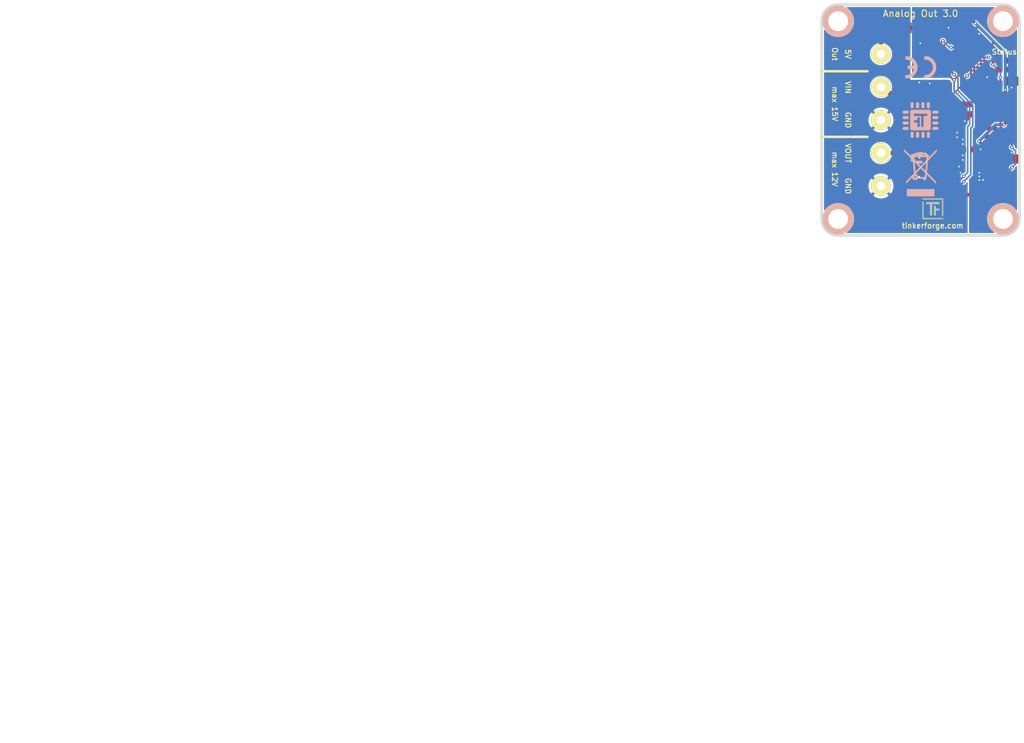
<source format=kicad_pcb>
(kicad_pcb (version 20171130) (host pcbnew 5.1.12-84ad8e8a86~92~ubuntu20.04.1)
  (title_block (title "Analog Out Bricklet") (date 2018-03-01) (rev 3.0) (company "Tinkerforge GmbH") (comment 1 "Licensed under CERN OHL v.1.1") (comment 2 "Copyright (©) 2018, L.Lauer <lukas@tinkerforge.com>"))
  (layers (0 Vorderseite signal) (31 Rückseite signal) (34 B.Paste user) (35 F.Paste user) (36 B.SilkS user) (37 F.SilkS user) (38 B.Mask user) (39 F.Mask user) (44 Edge.Cuts user))
  (net 0 "")
  (net 1 +5V)
  (net 2 GND)
  (net 3 SCL)
  (net 4 SDA)
  (net 5 VCC)
  (net 6 AGND)
  (net 7 3V3)
  (net 8 "Net-(C4-Pad1)")
  (net 9 "Net-(R1-Pad2)")
  (net 10 "Net-(R3-Pad1)")
  (net 11 "Net-(R4-Pad2)")
  (net 12 "Net-(P2-Pad2)")
  (net 13 "Net-(F1-Pad2)")
  (net 14 "Net-(R5-Pad1)")
  (net 15 "Net-(R10-Pad2)")
  (net 16 "Net-(C5-Pad1)")
  (net 17 "Net-(D2-Pad2)")
  (net 18 "Net-(P1-Pad1)")
  (net 19 "Net-(P4-Pad2)")
  (net 20 VIN)
  (net 21 "Net-(R11-Pad1)")
  (net 22 "Net-(P3-Pad4)")
  (net 23 "Net-(P3-Pad5)")
  (net 24 "Net-(P3-Pad6)")
  (net 25 S-MISO)
  (net 26 S-MOSI)
  (net 27 S-CLK)
  (net 28 S-CS)
  (net 29 "Net-(RP2-Pad6)")
  (net 30 "Net-(RP2-Pad7)")
  (net 31 "Net-(U1-Pad4)")
  (net 32 "Net-(U1-Pad5)")
  (net 33 "Net-(U1-Pad6)")
  (net 34 "Net-(U1-Pad7)")
  (net 35 "Net-(U1-Pad8)")
  (net 36 "Net-(U1-Pad11)")
  (net 37 "Net-(U1-Pad12)")
  (net 38 "Net-(U1-Pad14)")
  (net 39 "Net-(U1-Pad16)")
  (net 40 "Net-(U1-Pad18)")
  (net 41 "Net-(U1-Pad20)")
  (net 42 "Net-(U1-Pad21)")
  (module kicad-libraries:QFN24-4x4mm-0.5mm (layer Vorderseite) (at 160.45 90.335 180)
    (fp_text reference U1)
    (fp_text value XMC1100)
    (pad 1 smd oval (at -2.025 -1.25 180) (size 1 0.3) (layers Vorderseite F.Paste F.Mask) (net 25 S-MISO))
    (pad 2 smd oval (at -2.025 -0.75 180) (size 1 0.3) (layers Vorderseite F.Paste F.Mask) (net 21 "Net-(R11-Pad1)"))
    (pad 3 smd oval (at -2.025 -0.25 180) (size 1 0.3) (layers Vorderseite F.Paste F.Mask) (net 20 VIN))
    (pad 4 smd oval (at -2.025 0.25 180) (size 1 0.3) (layers Vorderseite F.Paste F.Mask) (net 31 "Net-(U1-Pad4)"))
    (pad 5 smd oval (at -2.025 0.75 180) (size 1 0.3) (layers Vorderseite F.Paste F.Mask) (net 32 "Net-(U1-Pad5)"))
    (pad 6 smd oval (at -2.025 1.25 180) (size 1 0.3) (layers Vorderseite F.Paste F.Mask) (net 33 "Net-(U1-Pad6)"))
    (pad 7 smd oval (at -1.25 2.025 270) (size 1 0.3) (layers Vorderseite F.Paste F.Mask) (net 34 "Net-(U1-Pad7)"))
    (pad 8 smd oval (at -0.75 2.025 270) (size 1 0.3) (layers Vorderseite F.Paste F.Mask) (net 35 "Net-(U1-Pad8)"))
    (pad 9 smd oval (at -0.25 2.025 270) (size 1 0.3) (layers Vorderseite F.Paste F.Mask) (net 2 GND))
    (pad 10 smd oval (at 0.25 2.025 270) (size 1 0.3) (layers Vorderseite F.Paste F.Mask) (net 7 3V3))
    (pad 11 smd oval (at 0.75 2.025 270) (size 1 0.3) (layers Vorderseite F.Paste F.Mask) (net 36 "Net-(U1-Pad11)"))
    (pad 12 smd oval (at 1.25 2.025 270) (size 1 0.3) (layers Vorderseite F.Paste F.Mask) (net 37 "Net-(U1-Pad12)"))
    (pad 13 smd oval (at 2.025 1.25 180) (size 1 0.3) (layers Vorderseite F.Paste F.Mask) (net 19 "Net-(P4-Pad2)"))
    (pad 14 smd oval (at 2.025 0.75 180) (size 1 0.3) (layers Vorderseite F.Paste F.Mask) (net 38 "Net-(U1-Pad14)"))
    (pad 15 smd oval (at 2.025 0.25 180) (size 1 0.3) (layers Vorderseite F.Paste F.Mask) (net 18 "Net-(P1-Pad1)"))
    (pad 16 smd oval (at 2.025 -0.25 180) (size 1 0.3) (layers Vorderseite F.Paste F.Mask) (net 39 "Net-(U1-Pad16)"))
    (pad 17 smd oval (at 2.025 -0.75 180) (size 1 0.3) (layers Vorderseite F.Paste F.Mask) (net 4 SDA))
    (pad 18 smd oval (at 2.025 -1.25 180) (size 1 0.3) (layers Vorderseite F.Paste F.Mask) (net 40 "Net-(U1-Pad18)"))
    (pad 19 smd oval (at 1.25 -2.025 270) (size 1 0.3) (layers Vorderseite F.Paste F.Mask) (net 3 SCL))
    (pad 20 smd oval (at 0.75 -2.025 270) (size 1 0.3) (layers Vorderseite F.Paste F.Mask) (net 41 "Net-(U1-Pad20)"))
    (pad 21 smd oval (at 0.25 -2.025 270) (size 1 0.3) (layers Vorderseite F.Paste F.Mask) (net 42 "Net-(U1-Pad21)"))
    (pad 22 smd oval (at -0.25 -2.025 270) (size 1 0.3) (layers Vorderseite F.Paste F.Mask) (net 28 S-CS))
    (pad 23 smd oval (at -0.75 -2.025 270) (size 1 0.3) (layers Vorderseite F.Paste F.Mask) (net 27 S-CLK))
    (pad 24 smd oval (at -1.25 -2.025 270) (size 1 0.3) (layers Vorderseite F.Paste F.Mask) (net 26 S-MOSI))
    (pad EXP smd rect (at 0.65 0.65 180) (size 1.3 1.3) (layers Vorderseite F.Paste F.Mask) (net 2 GND))
    (pad EXP smd rect (at 0.65 -0.65 180) (size 1.3 1.3) (layers Vorderseite F.Paste F.Mask) (net 2 GND))
    (pad EXP smd rect (at -0.65 0.65 180) (size 1.3 1.3) (layers Vorderseite F.Paste F.Mask) (net 2 GND))
    (pad EXP smd rect (at -0.65 -0.65 180) (size 1.3 1.3) (layers Vorderseite F.Paste F.Mask) (net 2 GND))
  )
  (module kicad-libraries:4X0402 (layer Vorderseite) (at 161.45 94.675)
    (fp_text reference RP1)
    (fp_text value 82)
    (pad 1 smd rect (at -0.7493 0.575 180) (size 0.29972 0.65) (layers Vorderseite F.Paste F.Mask) (net 22 "Net-(P3-Pad4)"))
    (pad 2 smd rect (at -0.24892 0.575 180) (size 0.29972 0.65) (layers Vorderseite F.Paste F.Mask) (net 23 "Net-(P3-Pad5)"))
    (pad 3 smd rect (at 0.24892 0.575 180) (size 0.29972 0.65) (layers Vorderseite F.Paste F.Mask) (net 24 "Net-(P3-Pad6)"))
    (pad 4 smd rect (at 0.7493 0.575 180) (size 0.29972 0.65) (layers Vorderseite F.Paste F.Mask) (net 16 "Net-(C5-Pad1)"))
    (pad 5 smd rect (at 0.7493 -0.575) (size 0.29972 0.65) (layers Vorderseite F.Paste F.Mask) (net 25 S-MISO))
    (pad 6 smd rect (at 0.24892 -0.575) (size 0.29972 0.65) (layers Vorderseite F.Paste F.Mask) (net 26 S-MOSI))
    (pad 7 smd rect (at -0.24892 -0.575) (size 0.29972 0.65) (layers Vorderseite F.Paste F.Mask) (net 27 S-CLK))
    (pad 8 smd rect (at -0.7493 -0.575) (size 0.29972 0.65) (layers Vorderseite F.Paste F.Mask) (net 28 S-CS))
  )
  (module kicad-libraries:R0603F (layer Vorderseite) (at 165.76 92.425)
    (fp_text reference R11)
    (fp_text value 1k)
    (pad 1 smd rect (at -0.75 0) (size 0.9 0.9) (layers Vorderseite F.Paste F.Mask) (net 21 "Net-(R11-Pad1)"))
    (pad 2 smd rect (at 0.75 0) (size 0.9 0.9) (layers Vorderseite F.Paste F.Mask) (net 17 "Net-(D2-Pad2)"))
  )
  (module kicad-libraries:CON-SENSOR2 (layer Vorderseite) (at 168.05 100.075 90)
    (fp_text reference P3)
    (fp_text value CON-SENSOR2)
    (pad 1 smd rect (at -3.75 -4.6 90) (size 0.6 1.8) (layers Vorderseite F.Paste F.Mask) (net 1 +5V))
    (pad 2 smd rect (at -2.5 -4.6 90) (size 0.6 1.8) (layers Vorderseite F.Paste F.Mask) (net 2 GND))
    (pad EP smd rect (at -5.9 -1.2 90) (size 1.4 2.4) (layers Vorderseite F.Paste F.Mask) (net 2 GND))
    (pad EP smd rect (at 5.9 -1.2 90) (size 1.4 2.4) (layers Vorderseite F.Paste F.Mask) (net 2 GND))
    (pad 3 smd rect (at -1.25 -4.6 90) (size 0.6 1.8) (layers Vorderseite F.Paste F.Mask) (net 7 3V3))
    (pad 4 smd rect (at 0 -4.6 90) (size 0.6 1.8) (layers Vorderseite F.Paste F.Mask) (net 22 "Net-(P3-Pad4)"))
    (pad 5 smd rect (at 1.25 -4.6 90) (size 0.6 1.8) (layers Vorderseite F.Paste F.Mask) (net 23 "Net-(P3-Pad5)"))
    (pad 6 smd rect (at 2.5 -4.6 90) (size 0.6 1.8) (layers Vorderseite F.Paste F.Mask) (net 24 "Net-(P3-Pad6)"))
    (pad 7 smd rect (at 3.75 -4.6 90) (size 0.6 1.8) (layers Vorderseite F.Paste F.Mask) (net 16 "Net-(C5-Pad1)"))
  )
  (module kicad-libraries:D0603F (layer Vorderseite) (at 165.75 91.075)
    (fp_text reference D2)
    (fp_text value blue)
    (pad 1 smd rect (at -0.75 0) (size 0.9 0.9) (layers Vorderseite F.Paste F.Mask) (net 7 3V3))
    (pad 2 smd rect (at 0.75 0) (size 0.9 0.9) (layers Vorderseite F.Paste F.Mask) (net 17 "Net-(D2-Pad2)"))
  )
  (module kicad-libraries:R0603F (layer Vorderseite) (at 159.2 98.425 90)
    (fp_text reference R10)
    (fp_text value 68k)
    (pad 1 smd rect (at -0.75 0 90) (size 0.9 0.9) (layers Vorderseite F.Paste F.Mask) (net 5 VCC))
    (pad 2 smd rect (at 0.75 0 90) (size 0.9 0.9) (layers Vorderseite F.Paste F.Mask) (net 15 "Net-(R10-Pad2)"))
  )
  (module kicad-libraries:R0603F (layer Vorderseite) (at 155.9 94.425)
    (fp_text reference R9)
    (fp_text value 68k)
    (pad 1 smd rect (at -0.75 0) (size 0.9 0.9) (layers Vorderseite F.Paste F.Mask) (net 6 AGND))
    (pad 2 smd rect (at 0.75 0) (size 0.9 0.9) (layers Vorderseite F.Paste F.Mask) (net 14 "Net-(R5-Pad1)"))
  )
  (module kicad-libraries:R0603F (layer Vorderseite) (at 154.45 104.525)
    (fp_text reference R8)
    (fp_text value 12k)
    (pad 1 smd rect (at -0.75 0) (size 0.9 0.9) (layers Vorderseite F.Paste F.Mask) (net 12 "Net-(P2-Pad2)"))
    (pad 2 smd rect (at 0.75 0) (size 0.9 0.9) (layers Vorderseite F.Paste F.Mask) (net 10 "Net-(R3-Pad1)"))
  )
  (module kicad-libraries:R0603F (layer Vorderseite) (at 160.5 98.425 270)
    (fp_text reference R7)
    (fp_text value 12k)
    (pad 1 smd rect (at -0.75 0 270) (size 0.9 0.9) (layers Vorderseite F.Paste F.Mask) (net 15 "Net-(R10-Pad2)"))
    (pad 2 smd rect (at 0.75 0 270) (size 0.9 0.9) (layers Vorderseite F.Paste F.Mask) (net 6 AGND))
  )
  (module kicad-libraries:R0603F (layer Vorderseite) (at 157.35 104.525)
    (fp_text reference R6)
    (fp_text value 12k)
    (pad 1 smd rect (at -0.75 0) (size 0.9 0.9) (layers Vorderseite F.Paste F.Mask) (net 11 "Net-(R4-Pad2)"))
    (pad 2 smd rect (at 0.75 0) (size 0.9 0.9) (layers Vorderseite F.Paste F.Mask) (net 6 AGND))
  )
  (module kicad-libraries:R0603F (layer Vorderseite) (at 155.9 95.725 180)
    (fp_text reference R5)
    (fp_text value 12k)
    (pad 1 smd rect (at -0.75 0 180) (size 0.9 0.9) (layers Vorderseite F.Paste F.Mask) (net 14 "Net-(R5-Pad1)"))
    (pad 2 smd rect (at 0.75 0 180) (size 0.9 0.9) (layers Vorderseite F.Paste F.Mask) (net 20 VIN))
  )
  (module kicad-libraries:R0603F (layer Vorderseite) (at 157.35 105.825 180)
    (fp_text reference R4)
    (fp_text value 3k3)
    (pad 1 smd rect (at -0.75 0 180) (size 0.9 0.9) (layers Vorderseite F.Paste F.Mask) (net 8 "Net-(C4-Pad1)"))
    (pad 2 smd rect (at 0.75 0 180) (size 0.9 0.9) (layers Vorderseite F.Paste F.Mask) (net 11 "Net-(R4-Pad2)"))
  )
  (module kicad-libraries:R0603F (layer Vorderseite) (at 154.45 105.825 180)
    (fp_text reference R3)
    (fp_text value 3k3)
    (pad 1 smd rect (at -0.75 0 180) (size 0.9 0.9) (layers Vorderseite F.Paste F.Mask) (net 10 "Net-(R3-Pad1)"))
    (pad 2 smd rect (at 0.75 0 180) (size 0.9 0.9) (layers Vorderseite F.Paste F.Mask) (net 6 AGND))
  )
  (module kicad-libraries:R0603F (layer Vorderseite) (at 160.25 104.525 180)
    (fp_text reference R2)
    (fp_text value 0)
    (pad 1 smd rect (at -0.75 0 180) (size 0.9 0.9) (layers Vorderseite F.Paste F.Mask) (net 2 GND))
    (pad 2 smd rect (at 0.75 0 180) (size 0.9 0.9) (layers Vorderseite F.Paste F.Mask) (net 6 AGND))
  )
  (module kicad-libraries:R0603F (layer Vorderseite) (at 154.45 107.125 180)
    (fp_text reference R1)
    (fp_text value 68.1)
    (pad 1 smd rect (at -0.75 0 180) (size 0.9 0.9) (layers Vorderseite F.Paste F.Mask) (net 8 "Net-(C4-Pad1)"))
    (pad 2 smd rect (at 0.75 0 180) (size 0.9 0.9) (layers Vorderseite F.Paste F.Mask) (net 9 "Net-(R1-Pad2)"))
  )
  (module kicad-libraries:SolderJumper (layer Vorderseite) (at 154.01 88.445)
    (fp_text reference P4)
    (fp_text value BOOT)
    (pad 2 smd rect (at 0.55 0) (size 0.3 1.4) (layers Vorderseite F.Mask) (net 19 "Net-(P4-Pad2)"))
    (pad 2 smd rect (at 0.15 0) (size 0.6 0.5) (layers Vorderseite F.Mask) (net 19 "Net-(P4-Pad2)"))
    (pad 1 smd rect (at -0.5 0) (size 0.4 1.4) (layers Vorderseite F.Mask) (net 2 GND))
    (pad 1 smd rect (at -0.225 0.55) (size 0.95 0.3) (layers Vorderseite F.Mask) (net 2 GND))
    (pad 1 smd rect (at -0.225 -0.55) (size 0.95 0.3) (layers Vorderseite F.Mask) (net 2 GND))
  )
  (module kicad-libraries:DEBUG_PAD (layer Vorderseite) (at 156.93 89.645)
    (fp_text reference P1)
    (fp_text value DEBUG)
    (pad 1 smd circle (at 0 0) (size 0.7 0.7) (layers Vorderseite F.Paste F.Mask) (net 18 "Net-(P1-Pad1)"))
  )
  (module kicad-libraries:C0603F (layer Vorderseite) (at 160.45 86.995 180)
    (fp_text reference C7)
    (fp_text value 100nF)
    (pad 1 smd rect (at -0.75 0 180) (size 0.9 0.9) (layers Vorderseite F.Paste F.Mask) (net 2 GND))
    (pad 2 smd rect (at 0.75 0 180) (size 0.9 0.9) (layers Vorderseite F.Paste F.Mask) (net 7 3V3))
  )
  (module kicad-libraries:C0603F (layer Vorderseite) (at 163.45 108.475 180)
    (fp_text reference C6)
    (fp_text value 1uF)
    (pad 1 smd rect (at -0.75 0 180) (size 0.9 0.9) (layers Vorderseite F.Paste F.Mask) (net 7 3V3))
    (pad 2 smd rect (at 0.75 0 180) (size 0.9 0.9) (layers Vorderseite F.Paste F.Mask) (net 2 GND))
  )
  (module kicad-libraries:C0603F (layer Vorderseite) (at 157.35 107.125)
    (fp_text reference C4)
    (fp_text value 180pF)
    (pad 1 smd rect (at -0.75 0) (size 0.9 0.9) (layers Vorderseite F.Paste F.Mask) (net 8 "Net-(C4-Pad1)"))
    (pad 2 smd rect (at 0.75 0) (size 0.9 0.9) (layers Vorderseite F.Paste F.Mask) (net 6 AGND))
  )
  (module kicad-libraries:C0805 (layer Vorderseite) (at 163.45 106.975 180)
    (fp_text reference C3)
    (fp_text value 10uF)
    (pad 1 smd rect (at -1.00076 0 180) (size 1.00076 1.24968) (layers Vorderseite F.Paste F.Mask) (net 7 3V3) (clearance 0.14986))
    (pad 2 smd rect (at 1.00076 0 180) (size 1.00076 1.24968) (layers Vorderseite F.Paste F.Mask) (net 2 GND) (clearance 0.14986))
  )
  (module kicad-libraries:C0603F (layer Vorderseite) (at 153.65 109.425 90)
    (fp_text reference C2)
    (fp_text value 100nF)
    (pad 1 smd rect (at -0.75 0 90) (size 0.9 0.9) (layers Vorderseite F.Paste F.Mask) (net 7 3V3))
    (pad 2 smd rect (at 0.75 0 90) (size 0.9 0.9) (layers Vorderseite F.Paste F.Mask) (net 6 AGND))
  )
  (module kicad-libraries:C0603F (layer Vorderseite) (at 153.8 95.175 90)
    (fp_text reference C1)
    (fp_text value 100nF)
    (pad 1 smd rect (at -0.75 0 90) (size 0.9 0.9) (layers Vorderseite F.Paste F.Mask) (net 5 VCC))
    (pad 2 smd rect (at 0.75 0 90) (size 0.9 0.9) (layers Vorderseite F.Paste F.Mask) (net 6 AGND))
  )
  (module kicad-libraries:AKL_5_5 (layer Vorderseite) (at 147.05 100.075 90)
    (fp_text reference P2)
    (fp_text value CONN_5)
    (pad 2 thru_hole circle (at -5 0 90) (size 2.99974 2.99974) (drill 1.30048) (layers *.Cu *.Mask F.SilkS) (net 12 "Net-(P2-Pad2)"))
    (pad 3 thru_hole circle (at 0 0 90) (size 2.99974 2.99974) (drill 1.30048) (layers *.Cu *.Mask F.SilkS) (net 6 AGND))
    (pad 4 thru_hole circle (at 5 0 90) (size 2.99974 2.99974) (drill 1.30048) (layers *.Cu *.Mask F.SilkS) (net 5 VCC))
    (pad 5 thru_hole circle (at 10 0 90) (size 2.99974 2.99974) (drill 1.30048) (layers *.Cu *.Mask F.SilkS) (net 13 "Net-(F1-Pad2)"))
    (pad 1 thru_hole circle (at -10 0 90) (size 2.99974 2.99974) (drill 1.30048) (layers *.Cu *.Mask F.SilkS) (net 6 AGND))
  )
  (module kicad-libraries:DRILL_NP (layer Vorderseite) (at 165.55 85.075)
    (fp_text reference U7 hide)
    (fp_text value DRILL hide)
    (pad "" np_thru_hole circle (at 0 0) (size 2.99974 2.99974) (drill 2.99974) (layers *.Cu *.Mask F.SilkS) (clearance 0.89916))
  )
  (module kicad-libraries:DRILL_NP (layer Vorderseite) (at 140.55 85.075)
    (fp_text reference U6 hide)
    (fp_text value DRILL hide)
    (pad "" np_thru_hole circle (at 0 0) (size 2.99974 2.99974) (drill 2.99974) (layers *.Cu *.Mask F.SilkS) (clearance 0.89916))
  )
  (module kicad-libraries:DRILL_NP (layer Vorderseite) (at 140.55 115.075)
    (fp_text reference U5 hide)
    (fp_text value DRILL hide)
    (pad "" np_thru_hole circle (at 0 0) (size 2.99974 2.99974) (drill 2.99974) (layers *.Cu *.Mask F.SilkS) (clearance 0.89916))
  )
  (module kicad-libraries:DRILL_NP (layer Vorderseite) (at 165.55 115.075)
    (fp_text reference U4 hide)
    (fp_text value DRILL hide)
    (pad "" np_thru_hole circle (at 0 0) (size 2.99974 2.99974) (drill 2.99974) (layers *.Cu *.Mask F.SilkS) (clearance 0.89916))
  )
  (module kicad-libraries:SOIC8 (layer Vorderseite) (at 155.9 100.125)
    (fp_text reference U3)
    (fp_text value TLV272IS)
    (pad 1 smd rect (at -1.90246 2.69748 180) (size 0.59944 1.5494) (layers Vorderseite F.Paste F.Mask) (net 12 "Net-(P2-Pad2)"))
    (pad 2 smd rect (at -0.63246 2.69748 180) (size 0.59944 1.5494) (layers Vorderseite F.Paste F.Mask) (net 10 "Net-(R3-Pad1)"))
    (pad 3 smd rect (at 0.63246 2.69748 180) (size 0.59944 1.5494) (layers Vorderseite F.Paste F.Mask) (net 11 "Net-(R4-Pad2)"))
    (pad 4 smd rect (at 1.90246 2.69748 180) (size 0.59944 1.5494) (layers Vorderseite F.Paste F.Mask) (net 6 AGND))
    (pad 5 smd rect (at 1.90246 -2.69748) (size 0.59944 1.5494) (layers Vorderseite F.Paste F.Mask) (net 15 "Net-(R10-Pad2)"))
    (pad 6 smd rect (at 0.63246 -2.69748) (size 0.59944 1.5494) (layers Vorderseite F.Paste F.Mask) (net 14 "Net-(R5-Pad1)"))
    (pad 7 smd rect (at -0.63246 -2.69748) (size 0.59944 1.5494) (layers Vorderseite F.Paste F.Mask) (net 20 VIN))
    (pad 8 smd rect (at -1.90246 -2.69748) (size 0.59944 1.5494) (layers Vorderseite F.Paste F.Mask) (net 5 VCC))
  )
  (module kicad-libraries:SOT23-6 (layer Vorderseite) (at 156.9 109.425 270)
    (fp_text reference U2)
    (fp_text value MCP4725A0)
    (pad 1 smd rect (at -0.94996 1.19888 270) (size 0.50038 0.8001) (layers Vorderseite F.Paste F.Mask) (net 9 "Net-(R1-Pad2)") (clearance 0.14986))
    (pad 2 smd rect (at 0 1.19888 270) (size 0.50038 0.8001) (layers Vorderseite F.Paste F.Mask) (net 6 AGND) (clearance 0.14986))
    (pad 3 smd rect (at 0.94996 1.19888 270) (size 0.50038 0.8001) (layers Vorderseite F.Paste F.Mask) (net 7 3V3) (clearance 0.14986))
    (pad 6 smd rect (at -0.94996 -1.19888 270) (size 0.50038 0.8001) (layers Vorderseite F.Paste F.Mask) (net 6 AGND) (clearance 0.14986))
    (pad 4 smd rect (at 0.94996 -1.19888 270) (size 0.50038 0.8001) (layers Vorderseite F.Paste F.Mask) (net 4 SDA) (clearance 0.14986))
    (pad 5 smd rect (at 0 -1.19888 270) (size 0.50038 0.8001) (layers Vorderseite F.Paste F.Mask) (net 3 SCL) (clearance 0.14986))
  )
  (module kicad-libraries:MiniMelf (layer Vorderseite) (at 154.65 86.075)
    (fp_text reference D1)
    (fp_text value 5V)
    (pad 2 smd rect (at -1.69926 0) (size 1.19888 1.6002) (layers Vorderseite F.Paste F.Mask) (net 1 +5V))
    (pad 1 smd rect (at 1.69926 0) (size 1.19888 1.6002) (layers Vorderseite F.Paste F.Mask) (net 2 GND))
  )
  (module kicad-libraries:CE_5mm (layer Rückseite) (at 153.05 92.075 180)
    (fp_text reference VAL hide)
    (fp_text value CE_5mm hide)
  )
  (module kicad-libraries:WEEE_7mm (layer Rückseite) (at 153.05 108.075 180)
    (fp_text reference VAL hide)
    (fp_text value WEEE_7mm hide)
  )
  (module kicad-libraries:Fiducial_Mark (layer Vorderseite) (at 144.05 86.575)
    (fp_text reference Fiducial_Mark hide)
    (fp_text value VAL** hide)
    (pad 1 smd circle (at 0 0) (size 1.00076 1.00076) (layers Vorderseite F.Paste F.Mask) (clearance 0.65024))
  )
  (module kicad-libraries:Fiducial_Mark (layer Vorderseite) (at 161.05 113.575)
    (fp_text reference Fiducial_Mark hide)
    (fp_text value VAL** hide)
    (pad 1 smd circle (at 0 0) (size 1.00076 1.00076) (layers Vorderseite F.Paste F.Mask) (clearance 0.65024))
  )
  (module kicad-libraries:Logo_31x31 (layer Vorderseite) (at 153.325 111.95)
    (fp_text reference Ref** hide)
    (fp_text value Val** hide)
  )
  (module kicad-libraries:F1206 (layer Vorderseite) (at 149.7 86.075 180)
    (fp_text reference F1)
    (fp_text value OZCJ0035FF2G)
    (pad 1 smd rect (at -1.50114 0 180) (size 1.00076 1.6002) (layers Vorderseite F.Paste F.Mask) (net 1 +5V))
    (pad 2 smd rect (at 1.50114 0 180) (size 1.00076 1.6002) (layers Vorderseite F.Paste F.Mask) (net 13 "Net-(F1-Pad2)"))
  )
  (module kicad-libraries:4X0603 (layer Vorderseite) (at 155.19 91.805)
    (fp_text reference RP2)
    (fp_text value 2k2)
    (pad 1 smd rect (at -1.19888 -0.8509) (size 0.44958 0.89916) (layers Vorderseite F.Paste F.Mask) (net 7 3V3))
    (pad 2 smd rect (at -0.39878 -0.8509) (size 0.44958 0.89916) (layers Vorderseite F.Paste F.Mask) (net 7 3V3))
    (pad 3 smd rect (at 0.39878 -0.8509) (size 0.44958 0.89916) (layers Vorderseite F.Paste F.Mask) (net 7 3V3))
    (pad 4 smd rect (at 1.19888 -0.8509) (size 0.44958 0.89916) (layers Vorderseite F.Paste F.Mask) (net 7 3V3))
    (pad 5 smd rect (at 1.19888 0.8509) (size 0.44958 0.89916) (layers Vorderseite F.Paste F.Mask) (net 3 SCL))
    (pad 6 smd rect (at 0.39878 0.8509) (size 0.44958 0.89916) (layers Vorderseite F.Paste F.Mask) (net 29 "Net-(RP2-Pad6)"))
    (pad 7 smd rect (at -0.39878 0.8509) (size 0.44958 0.89916) (layers Vorderseite F.Paste F.Mask) (net 30 "Net-(RP2-Pad7)"))
    (pad 8 smd rect (at -1.19888 0.8509) (size 0.44958 0.89916) (layers Vorderseite F.Paste F.Mask) (net 4 SDA))
  )
  (module kicad-libraries:Logo_CoMCU (layer Rückseite) (at 153.05 100.075 180)
    (fp_text reference G*** hide)
    (fp_text value LOGO hide)
  )
  (module kicad-libraries:Fiducial_Mark (layer Vorderseite) (at 146.05 114.575)
    (fp_text reference Fiducial_Mark hide)
    (fp_text value VAL** hide)
    (pad 1 smd circle (at 0 0) (size 1.00076 1.00076) (layers Vorderseite F.Paste F.Mask) (clearance 0.65024))
  )
  (module kicad-libraries:C0402F (layer Vorderseite) (at 163.15 94.675 90)
    (fp_text reference C5)
    (fp_text value 220pF)
    (pad 2 smd rect (at 0.5 0 90) (size 0.6 0.7) (layers Vorderseite F.Paste F.Mask) (net 2 GND))
    (pad 1 smd rect (at -0.5 0 90) (size 0.6 0.7) (layers Vorderseite F.Paste F.Mask) (net 16 "Net-(C5-Pad1)"))
  )
  (gr_text Status (at 165.75 89.735) (layer F.SilkS) (effects (font (size 0.8 0.8))))
  (gr_text Out (at 140.05 90.075 270) (layer F.SilkS) (effects (font (size 0.8 0.8) (thickness 0.14986))))
  (gr_line (start 145 92.675) (end 138.05 92.675) (angle 90) (layer F.SilkS) (width 0.381))
  (gr_line (start 143.3 102.625) (end 145 102.625) (angle 90) (layer F.SilkS) (width 0.381))
  (gr_line (start 143.35 102.625) (end 138.05 102.625) (angle 90) (layer F.SilkS) (width 0.381))
  (gr_line (start 168.05 85.075) (end 168.05 115.075) (angle 90) (layer Edge.Cuts) (width 0.381))
  (gr_line (start 138.05 115.075) (end 138.05 85.075) (angle 90) (layer Edge.Cuts) (width 0.381))
  (gr_line (start 140.55 82.575) (end 165.55 82.575) (angle 90) (layer Edge.Cuts) (width 0.381))
  (gr_line (start 165.55 117.575) (end 140.55 117.575) (angle 90) (layer Edge.Cuts) (width 0.381))
  (gr_text "max 12V" (at 140.05 107.525 270) (layer F.SilkS) (effects (font (size 0.8 0.8) (thickness 0.14986))))
  (gr_text GND (at 142.05 100.075 270) (layer F.SilkS) (effects (font (size 0.8 0.8) (thickness 0.14986))))
  (gr_text 5V (at 142.05 90.075 270) (layer F.SilkS) (effects (font (size 0.8001 0.8001) (thickness 0.14986))))
  (gr_text VIN (at 142.05 95.125 270) (layer F.SilkS) (effects (font (size 0.8 0.8) (thickness 0.14986))))
  (gr_text GND (at 142.05 110.075 270) (layer F.SilkS) (effects (font (size 0.8 0.8) (thickness 0.14986))))
  (gr_text VOUT (at 142.05 105.125 270) (layer F.SilkS) (effects (font (size 0.8 0.8) (thickness 0.14986))))
  (gr_arc (start 165.55086 85.07412) (end 165.55086 82.57476) (angle 90) (layer Edge.Cuts) (width 0.381))
  (gr_arc (start 140.5509 85.07412) (end 138.049 85.07412) (angle 90) (layer Edge.Cuts) (width 0.381))
  (gr_arc (start 140.5509 115.07534) (end 140.5509 117.5747) (angle 90) (layer Edge.Cuts) (width 0.381))
  (gr_arc (start 165.55086 115.07534) (end 168.05022 115.07534) (angle 90) (layer Edge.Cuts) (width 0.381))
  (gr_text tinkerforge.com (at 154.875 116.1) (layer F.SilkS) (effects (font (size 0.8001 0.8001) (thickness 0.14986))))
  (gr_text "max 15V" (at 140.05 97.625 270) (layer F.SilkS) (effects (font (size 0.8 0.8) (thickness 0.14986))))
  (gr_text "Analog Out 3.0" (at 153.05 83.925) (layer F.SilkS) (effects (font (size 1 1))))
  (segment (start 163.45 103.825) (end 162.43 103.825) (width 0.45) (layer Vorderseite) (net 1))
  (segment (start 153.46 84.825) (end 160.79 84.825) (width 0.45) (layer Vorderseite) (net 1))
  (segment (start 160.79 84.825) (end 161.38 85.415) (width 0.45) (layer Vorderseite) (net 1))
  (via (at 161.38 85.415) (size 0.55) (drill 0.25) (layers Vorderseite Rückseite) (net 1))
  (segment (start 161.38 85.415) (end 165.91 89.945) (width 0.45) (layer Rückseite) (net 1))
  (segment (start 165.91 89.945) (end 165.91 95.465) (width 0.45) (layer Rückseite) (net 1))
  (via (at 165.91 95.465) (size 0.55) (drill 0.25) (layers Vorderseite Rückseite) (net 1))
  (segment (start 153.46 84.825) (end 152.95074 85.33426) (width 0.45) (layer Vorderseite) (net 1))
  (segment (start 165.91 100.585) (end 165.91 95.465) (width 0.45) (layer Vorderseite) (net 1))
  (segment (start 165.72 100.775) (end 165.91 100.585) (width 0.45) (layer Vorderseite) (net 1))
  (via (at 165.72 100.775) (size 0.55) (drill 0.25) (layers Vorderseite Rückseite) (net 1))
  (segment (start 164.44 100.775) (end 165.72 100.775) (width 0.45) (layer Rückseite) (net 1))
  (segment (start 161.91 103.305) (end 164.44 100.775) (width 0.45) (layer Rückseite) (net 1))
  (via (at 161.91 103.305) (size 0.55) (drill 0.25) (layers Vorderseite Rückseite) (net 1))
  (segment (start 162.43 103.825) (end 161.91 103.305) (width 0.45) (layer Vorderseite) (net 1))
  (segment (start 152.95074 86.075) (end 152.95074 85.33426) (width 0.45) (layer Vorderseite) (net 1))
  (segment (start 152.95074 86.075) (end 151.20114 86.075) (width 0.59944) (layer Vorderseite) (net 1))
  (segment (start 163.15 94.175) (end 163.15 93.575) (width 0.55) (layer Vorderseite) (net 2))
  (via (at 163.15 93.575) (size 0.55) (drill 0.25) (layers Vorderseite Rückseite) (net 2))
  (segment (start 153.51 88.445) (end 153.01 88.445) (width 0.25) (layer Vorderseite) (net 2))
  (via (at 153.01 88.445) (size 0.55) (drill 0.25) (layers Vorderseite Rückseite) (net 2))
  (segment (start 153.51 88.445) (end 153.51 88.005) (width 0.25) (layer Vorderseite) (net 2))
  (segment (start 153.51 88.005) (end 153.63 87.885) (width 0.25) (layer Vorderseite) (net 2))
  (segment (start 153.63 87.885) (end 153.94 87.885) (width 0.25) (layer Vorderseite) (net 2))
  (segment (start 153.94 87.885) (end 153.785 87.895) (width 0.25) (layer Vorderseite) (net 2))
  (segment (start 153.785 88.995) (end 153.61 88.995) (width 0.25) (layer Vorderseite) (net 2))
  (segment (start 153.61 88.995) (end 153.51 88.895) (width 0.25) (layer Vorderseite) (net 2))
  (segment (start 153.51 88.895) (end 153.51 88.465) (width 0.25) (layer Vorderseite) (net 2))
  (segment (start 153.51 88.465) (end 153.51 88.445) (width 0.25) (layer Vorderseite) (net 2))
  (segment (start 161 104.525) (end 162.15 104.525) (width 0.7) (layer Vorderseite) (net 2))
  (via (at 162.15 104.525) (size 0.70104) (drill 0.24892) (layers Vorderseite Rückseite) (net 2))
  (segment (start 160.7 88.31) (end 160.7 89.285) (width 0.25) (layer Vorderseite) (net 2))
  (segment (start 160.7 89.285) (end 161.1 89.685) (width 0.25) (layer Vorderseite) (net 2))
  (segment (start 161.1 89.685) (end 159.8 89.685) (width 0.25) (layer Vorderseite) (net 2))
  (segment (start 161.1 89.685) (end 161.1 90.985) (width 0.25) (layer Vorderseite) (net 2))
  (segment (start 159.8 89.685) (end 159.8 90.985) (width 0.25) (layer Vorderseite) (net 2))
  (segment (start 159.8 90.985) (end 161.1 90.985) (width 0.25) (layer Vorderseite) (net 2))
  (segment (start 161.2 86.995) (end 161.93 86.995) (width 0.55) (layer Vorderseite) (net 2))
  (via (at 161.93 86.995) (size 0.55) (drill 0.25) (layers Vorderseite Rückseite) (net 2))
  (segment (start 160.7 88.31) (end 160.7 87.795) (width 0.25) (layer Vorderseite) (net 2))
  (segment (start 160.7 87.795) (end 161.2 87.295) (width 0.25) (layer Vorderseite) (net 2))
  (segment (start 161.2 87.295) (end 161.2 86.995) (width 0.25) (layer Vorderseite) (net 2))
  (segment (start 166.85 105.975) (end 166.85 104.995) (width 0.55) (layer Vorderseite) (net 2))
  (via (at 166.85 104.995) (size 0.55) (drill 0.25) (layers Vorderseite Rückseite) (net 2))
  (segment (start 166.85 94.175) (end 166.85 95.155) (width 0.55) (layer Vorderseite) (net 2))
  (via (at 166.85 95.155) (size 0.55) (drill 0.25) (layers Vorderseite Rückseite) (net 2))
  (segment (start 162.52 109.175) (end 162.53 109.165) (width 0.55) (layer Vorderseite) (net 2))
  (segment (start 161.97 109.175) (end 162.52 109.175) (width 0.55) (layer Vorderseite) (net 2))
  (segment (start 161.97 108.625) (end 161.97 109.175) (width 0.55) (layer Vorderseite) (net 2))
  (segment (start 161.97 108.065) (end 161.97 108.625) (width 0.55) (layer Vorderseite) (net 2))
  (via (at 162.53 109.165) (size 0.55) (drill 0.25) (layers Vorderseite Rückseite) (net 2))
  (segment (start 162.7 108.995) (end 162.53 109.165) (width 0.55) (layer Vorderseite) (net 2))
  (segment (start 162.7 108.995) (end 162.7 108.475) (width 0.55) (layer Vorderseite) (net 2))
  (via (at 161.97 109.175) (size 0.55) (drill 0.25) (layers Vorderseite Rückseite) (net 2))
  (segment (start 161.97 109.175) (end 162.67 108.475) (width 0.55) (layer Vorderseite) (net 2))
  (via (at 161.97 108.625) (size 0.55) (drill 0.25) (layers Vorderseite Rückseite) (net 2))
  (segment (start 162.12 108.475) (end 162.7 108.475) (width 0.55) (layer Vorderseite) (net 2))
  (segment (start 162.12 108.475) (end 161.97 108.625) (width 0.55) (layer Vorderseite) (net 2))
  (segment (start 163.45 102.575) (end 164.75 102.575) (width 0.55) (layer Vorderseite) (net 2))
  (segment (start 162.44924 105.77576) (end 162.44924 106.975) (width 0.55) (layer Vorderseite) (net 2))
  (segment (start 163.15 105.075) (end 162.44924 105.77576) (width 0.55) (layer Vorderseite) (net 2))
  (segment (start 164.25 105.075) (end 163.15 105.075) (width 0.55) (layer Vorderseite) (net 2))
  (segment (start 164.85 104.475) (end 164.25 105.075) (width 0.55) (layer Vorderseite) (net 2))
  (segment (start 164.85 102.675) (end 164.85 104.475) (width 0.55) (layer Vorderseite) (net 2))
  (segment (start 164.75 102.575) (end 164.85 102.675) (width 0.55) (layer Vorderseite) (net 2))
  (via (at 157.3 86.075) (size 0.70104) (layers Vorderseite Rückseite) (net 2))
  (segment (start 156.34926 86.075) (end 157.3 86.075) (width 0.7) (layer Vorderseite) (net 2))
  (via (at 161.97 108.065) (size 0.55) (drill 0.25) (layers Vorderseite Rückseite) (net 2))
  (segment (start 162.38 108.475) (end 161.97 108.065) (width 0.55) (layer Vorderseite) (net 2))
  (segment (start 162.44924 106.975) (end 162.44924 107.57424) (width 0.55) (layer Vorderseite) (net 2))
  (segment (start 162.44924 107.57424) (end 162.7 107.825) (width 0.55) (layer Vorderseite) (net 2))
  (segment (start 162.7 108.475) (end 162.67 108.475) (width 0.55) (layer Vorderseite) (net 2))
  (segment (start 162.7 107.825) (end 162.7 108.475) (width 0.55) (layer Vorderseite) (net 2))
  (segment (start 158.14 93.985) (end 158.03 93.985) (width 0.25) (layer Vorderseite) (net 3))
  (segment (start 156.38888 93.29388) (end 156.38888 92.6559) (width 0.25) (layer Vorderseite) (net 3))
  (segment (start 156.58 93.485) (end 156.38888 93.29388) (width 0.25) (layer Vorderseite) (net 3))
  (segment (start 157.53 93.485) (end 156.58 93.485) (width 0.25) (layer Vorderseite) (net 3))
  (segment (start 158.03 93.985) (end 157.53 93.485) (width 0.25) (layer Vorderseite) (net 3))
  (segment (start 158.09888 109.425) (end 158.78 109.425) (width 0.25) (layer Vorderseite) (net 3))
  (segment (start 159.2 92.925) (end 159.2 92.36) (width 0.25) (layer Vorderseite) (net 3))
  (segment (start 158.14 93.985) (end 159.2 92.925) (width 0.25) (layer Vorderseite) (net 3))
  (via (at 158.14 93.985) (size 0.55) (drill 0.25) (layers Vorderseite Rückseite) (net 3))
  (segment (start 158.14 95.655) (end 158.14 93.985) (width 0.25) (layer Rückseite) (net 3))
  (segment (start 160.49 98.005) (end 158.14 95.655) (width 0.25) (layer Rückseite) (net 3))
  (segment (start 160.49 100.785) (end 160.49 98.005) (width 0.25) (layer Rückseite) (net 3))
  (segment (start 160.19 101.085) (end 160.49 100.785) (width 0.25) (layer Rückseite) (net 3))
  (segment (start 160.19 108.015) (end 160.19 101.085) (width 0.25) (layer Rückseite) (net 3))
  (segment (start 159.59 108.615) (end 160.19 108.015) (width 0.25) (layer Rückseite) (net 3))
  (via (at 159.59 108.615) (size 0.55) (drill 0.25) (layers Vorderseite Rückseite) (net 3))
  (segment (start 158.78 109.425) (end 159.59 108.615) (width 0.25) (layer Vorderseite) (net 3))
  (segment (start 158.09888 109.425) (end 158.48 109.425) (width 0.2) (layer Vorderseite) (net 3))
  (segment (start 157.52 91.775) (end 154.27 91.775) (width 0.25) (layer Vorderseite) (net 4))
  (segment (start 153.97 92.075) (end 153.97 92.655) (width 0.25) (layer Vorderseite) (net 4))
  (segment (start 154.27 91.775) (end 153.97 92.075) (width 0.25) (layer Vorderseite) (net 4))
  (segment (start 153.97 92.655) (end 153.99112 92.6559) (width 0.25) (layer Vorderseite) (net 4))
  (segment (start 158.425 91.085) (end 157.93 91.085) (width 0.25) (layer Vorderseite) (net 4))
  (segment (start 157.52 92.515) (end 157.52 92.545) (width 0.25) (layer Vorderseite) (net 4))
  (segment (start 157.52 91.495) (end 157.52 91.775) (width 0.25) (layer Vorderseite) (net 4))
  (segment (start 157.52 91.775) (end 157.52 92.515) (width 0.25) (layer Vorderseite) (net 4))
  (segment (start 157.93 91.085) (end 157.52 91.495) (width 0.25) (layer Vorderseite) (net 4))
  (segment (start 158.09888 110.37496) (end 158.64004 110.37496) (width 0.25) (layer Vorderseite) (net 4))
  (segment (start 158.14 93.165) (end 157.52 92.545) (width 0.25) (layer Vorderseite) (net 4))
  (via (at 158.14 93.165) (size 0.55) (drill 0.25) (layers Vorderseite Rückseite) (net 4))
  (segment (start 158.73 93.755) (end 158.14 93.165) (width 0.25) (layer Rückseite) (net 4))
  (segment (start 158.73 95.615) (end 158.73 93.755) (width 0.25) (layer Rückseite) (net 4))
  (segment (start 160.97 97.855) (end 158.73 95.615) (width 0.25) (layer Rückseite) (net 4))
  (segment (start 160.97 101.025) (end 160.97 97.855) (width 0.25) (layer Rückseite) (net 4))
  (segment (start 160.67 101.325) (end 160.97 101.025) (width 0.25) (layer Rückseite) (net 4))
  (segment (start 160.67 108.345) (end 160.67 101.325) (width 0.25) (layer Rückseite) (net 4))
  (segment (start 159.59 109.425) (end 160.67 108.345) (width 0.25) (layer Rückseite) (net 4))
  (via (at 159.59 109.425) (size 0.55) (drill 0.25) (layers Vorderseite Rückseite) (net 4))
  (segment (start 158.64004 110.37496) (end 159.59 109.425) (width 0.25) (layer Vorderseite) (net 4))
  (segment (start 153.99754 96.17264) (end 153.8 95.9751) (width 0.59944) (layer Vorderseite) (net 5))
  (segment (start 153.99754 97.42752) (end 153.99754 96.17264) (width 0.59944) (layer Vorderseite) (net 5))
  (segment (start 147.9501 95.9751) (end 147.05 95.075) (width 0.59944) (layer Vorderseite) (net 5))
  (segment (start 153.8 95.9751) (end 147.9501 95.9751) (width 0.59944) (layer Vorderseite) (net 5))
  (segment (start 154.8501 99.2251) (end 153.99754 98.37254) (width 0.59944) (layer Vorderseite) (net 5))
  (segment (start 153.99754 98.37254) (end 153.99754 97.42752) (width 0.59944) (layer Vorderseite) (net 5))
  (segment (start 159.2 99.2251) (end 154.8501 99.2251) (width 0.59944) (layer Vorderseite) (net 5))
  (segment (start 158.1 107.125) (end 158.9 107.125) (width 0.7) (layer Vorderseite) (net 6))
  (via (at 158.9 107.125) (size 0.70104) (drill 0.24892) (layers Vorderseite Rückseite) (net 6))
  (segment (start 159.45 106.125) (end 159.45 105.425) (width 0.7) (layer Vorderseite) (net 6))
  (segment (start 159.45 105.425) (end 159.45 106.125) (width 0.7) (layer Vorderseite) (net 6))
  (via (at 159.45 106.125) (size 0.70104) (layers Vorderseite Rückseite) (net 6))
  (segment (start 159.45 105.425) (end 159.4499 105.4249) (width 0.7) (layer Vorderseite) (net 6))
  (via (at 159.4499 105.4249) (size 0.70104) (drill 0.24892) (layers Vorderseite Rückseite) (net 6))
  (segment (start 159.4499 105.4249) (end 159.45 105.425) (width 0.7) (layer Rückseite) (net 6))
  (segment (start 153.65 108.675) (end 152.85 108.675) (width 0.7) (layer Vorderseite) (net 6))
  (via (at 152.85 108.675) (size 0.70104) (drill 0.24892) (layers Vorderseite Rückseite) (net 6))
  (segment (start 153.7 105.825) (end 152.9 105.825) (width 0.7) (layer Vorderseite) (net 6))
  (via (at 152.9 105.825) (size 0.70104) (drill 0.24892) (layers Vorderseite Rückseite) (net 6))
  (segment (start 159.5 104.525) (end 159.5 103.7752) (width 0.7) (layer Vorderseite) (net 6))
  (segment (start 159.5 103.7752) (end 159.4499 103.7251) (width 0.7) (layer Vorderseite) (net 6))
  (via (at 159.4499 103.7251) (size 0.70104) (drill 0.24892) (layers Vorderseite Rückseite) (net 6))
  (segment (start 159.4499 103.7251) (end 159.45 103.725) (width 0.7) (layer Rückseite) (net 6))
  (segment (start 158.6 101.975) (end 158.6 102.695) (width 0.7) (layer Vorderseite) (net 6))
  (segment (start 157.80246 102.77254) (end 158.6 101.975) (width 0.7) (layer Vorderseite) (net 6))
  (via (at 158.6 101.975) (size 0.70104) (layers Vorderseite Rückseite) (net 6))
  (segment (start 158.47252 102.82248) (end 158.6 102.695) (width 0.7) (layer Vorderseite) (net 6))
  (via (at 158.6 102.695) (size 0.70104) (drill 0.24892) (layers Vorderseite Rückseite) (net 6))
  (segment (start 158.47252 102.82248) (end 157.80246 102.82248) (width 0.7) (layer Vorderseite) (net 6))
  (segment (start 159.4499 104.525) (end 158.1501 104.525) (width 0.7) (layer Vorderseite) (net 6))
  (segment (start 155.05 109.425) (end 154.2499 108.6249) (width 0.59944) (layer Vorderseite) (net 6))
  (segment (start 155.70112 109.425) (end 155.05 109.425) (width 0.59944) (layer Vorderseite) (net 6))
  (segment (start 159.4499 105.4249) (end 159.4499 104.525) (width 0.7) (layer Vorderseite) (net 6))
  (segment (start 159.4499 105.4249) (end 159.45 105.425) (width 0.7) (layer Vorderseite) (net 6))
  (segment (start 159.4499 104.525) (end 159.4499 103.7251) (width 0.7) (layer Vorderseite) (net 6))
  (segment (start 159.4499 103.7251) (end 159.45 103.725) (width 0.7) (layer Vorderseite) (net 6))
  (via (at 159.45 103.025) (size 0.70104) (layers Vorderseite Rückseite) (net 6))
  (segment (start 159.45 103.725) (end 159.45 103.025) (width 0.7) (layer Vorderseite) (net 6))
  (segment (start 152.8501 94.3749) (end 152.85 94.375) (width 0.59944) (layer Vorderseite) (net 6))
  (via (at 152.85 94.375) (size 0.70104) (layers Vorderseite Rückseite) (net 6))
  (segment (start 153.8 94.3749) (end 152.8501 94.3749) (width 0.59944) (layer Vorderseite) (net 6))
  (segment (start 154.55 94.425) (end 154.45 94.525) (width 0.59944) (layer Vorderseite) (net 6))
  (via (at 154.45 94.525) (size 0.70104) (layers Vorderseite Rückseite) (net 6))
  (segment (start 155.0999 94.425) (end 154.55 94.425) (width 0.59944) (layer Vorderseite) (net 6))
  (via (at 159.75 100.225) (size 0.70104) (layers Vorderseite Rückseite) (net 6))
  (segment (start 160.5 99.475) (end 159.75 100.225) (width 0.59944) (layer Vorderseite) (net 6))
  (segment (start 160.5 99.2251) (end 160.5 99.475) (width 0.59944) (layer Vorderseite) (net 6))
  (segment (start 154.2499 108.6249) (end 153.65 108.6249) (width 0.59944) (layer Vorderseite) (net 6))
  (segment (start 158.09888 108.47504) (end 158.68996 108.47504) (width 0.25) (layer Vorderseite) (net 6))
  (via (at 159.1 108.065) (size 0.55) (drill 0.25) (layers Vorderseite Rückseite) (net 6))
  (segment (start 158.68996 108.47504) (end 159.1 108.065) (width 0.25) (layer Vorderseite) (net 6))
  (segment (start 155.26 90.145) (end 155.26 90.125) (width 0.25) (layer Vorderseite) (net 7))
  (segment (start 158.39 86.995) (end 159.7 86.995) (width 0.25) (layer Vorderseite) (net 7))
  (segment (start 155.26 90.125) (end 158.39 86.995) (width 0.25) (layer Vorderseite) (net 7))
  (segment (start 155.58878 90.9541) (end 155.58878 90.37622) (width 0.25) (layer Vorderseite) (net 7))
  (segment (start 155.59 90.375) (end 155.59 90.145) (width 0.25) (layer Vorderseite) (net 7))
  (segment (start 155.58878 90.37622) (end 155.59 90.375) (width 0.25) (layer Vorderseite) (net 7))
  (segment (start 154.79122 90.9541) (end 154.79122 90.30622) (width 0.25) (layer Vorderseite) (net 7))
  (segment (start 154.8 90.29744) (end 154.8 90.145) (width 0.25) (layer Vorderseite) (net 7))
  (segment (start 154.79122 90.30622) (end 154.8 90.29744) (width 0.25) (layer Vorderseite) (net 7))
  (segment (start 153.99112 90.9541) (end 153.99112 90.37388) (width 0.25) (layer Vorderseite) (net 7))
  (segment (start 156.38888 90.33388) (end 156.38888 90.9541) (width 0.25) (layer Vorderseite) (net 7))
  (segment (start 156.2 90.145) (end 156.38888 90.33388) (width 0.25) (layer Vorderseite) (net 7))
  (segment (start 154.22 90.145) (end 154.8 90.145) (width 0.25) (layer Vorderseite) (net 7))
  (segment (start 154.8 90.145) (end 155.26 90.145) (width 0.25) (layer Vorderseite) (net 7))
  (segment (start 155.26 90.145) (end 155.59 90.145) (width 0.25) (layer Vorderseite) (net 7))
  (segment (start 155.59 90.145) (end 155.61 90.145) (width 0.25) (layer Vorderseite) (net 7))
  (segment (start 155.61 90.145) (end 156.2 90.145) (width 0.25) (layer Vorderseite) (net 7))
  (segment (start 153.99112 90.37388) (end 154.22 90.145) (width 0.25) (layer Vorderseite) (net 7))
  (segment (start 164 91.645) (end 164 91.465) (width 0.25) (layer Vorderseite) (net 7))
  (segment (start 164.39 91.075) (end 165 91.075) (width 0.25) (layer Vorderseite) (net 7))
  (segment (start 164 91.465) (end 164.39 91.075) (width 0.25) (layer Vorderseite) (net 7))
  (segment (start 159.7 86.995) (end 159.7 86.215) (width 0.25) (layer Vorderseite) (net 7))
  (segment (start 159.7 86.215) (end 159.86 86.055) (width 0.25) (layer Vorderseite) (net 7))
  (segment (start 159.86 86.055) (end 161.97 86.055) (width 0.25) (layer Vorderseite) (net 7))
  (segment (start 161.97 86.055) (end 164 88.085) (width 0.25) (layer Vorderseite) (net 7))
  (segment (start 164 88.085) (end 164 91.645) (width 0.25) (layer Vorderseite) (net 7))
  (segment (start 165.72 108.475) (end 164.2 108.475) (width 0.25) (layer Vorderseite) (net 7))
  (via (at 164 91.645) (size 0.55) (drill 0.25) (layers Vorderseite Rückseite) (net 7))
  (segment (start 164 91.645) (end 165.16 92.805) (width 0.25) (layer Rückseite) (net 7))
  (segment (start 165.16 92.805) (end 165.16 93.645) (width 0.25) (layer Rückseite) (net 7))
  (via (at 165.16 93.645) (size 0.55) (drill 0.25) (layers Vorderseite Rückseite) (net 7))
  (segment (start 165.16 93.645) (end 165.17 93.655) (width 0.25) (layer Vorderseite) (net 7))
  (segment (start 165.17 93.655) (end 165.17 101.075) (width 0.25) (layer Vorderseite) (net 7))
  (segment (start 165.17 101.075) (end 166.9 102.805) (width 0.25) (layer Vorderseite) (net 7))
  (segment (start 166.9 102.805) (end 166.9 104.205) (width 0.25) (layer Vorderseite) (net 7))
  (via (at 166.9 104.205) (size 0.55) (drill 0.25) (layers Vorderseite Rückseite) (net 7))
  (segment (start 166.9 104.205) (end 167.45 104.755) (width 0.25) (layer Rückseite) (net 7))
  (segment (start 167.45 104.755) (end 167.45 106.745) (width 0.25) (layer Rückseite) (net 7))
  (segment (start 167.45 106.745) (end 166.9 107.295) (width 0.25) (layer Rückseite) (net 7))
  (via (at 166.9 107.295) (size 0.55) (drill 0.25) (layers Vorderseite Rückseite) (net 7))
  (segment (start 166.9 107.295) (end 165.72 108.475) (width 0.25) (layer Vorderseite) (net 7))
  (segment (start 153.65 110.175) (end 153.65 111.085) (width 0.55) (layer Vorderseite) (net 7))
  (segment (start 164.2 109.525) (end 164.2 108.475) (width 0.55) (layer Vorderseite) (net 7))
  (segment (start 162.31 111.415) (end 164.2 109.525) (width 0.55) (layer Vorderseite) (net 7))
  (segment (start 153.98 111.415) (end 162.31 111.415) (width 0.55) (layer Vorderseite) (net 7))
  (segment (start 153.65 111.085) (end 153.98 111.415) (width 0.55) (layer Vorderseite) (net 7))
  (segment (start 160.2 88.31) (end 160.2 87.825) (width 0.25) (layer Vorderseite) (net 7))
  (segment (start 160.2 87.825) (end 159.7 87.325) (width 0.25) (layer Vorderseite) (net 7))
  (segment (start 159.7 87.325) (end 159.7 86.995) (width 0.25) (layer Vorderseite) (net 7))
  (segment (start 164.45076 106.975) (end 164.45076 107.57424) (width 0.45) (layer Vorderseite) (net 7))
  (segment (start 164.45076 107.57424) (end 164.2 107.825) (width 0.45) (layer Vorderseite) (net 7))
  (segment (start 163.45 101.325) (end 164.5 101.325) (width 0.45) (layer Vorderseite) (net 7))
  (segment (start 164.45076 105.793284) (end 164.45076 106.975) (width 0.45) (layer Vorderseite) (net 7))
  (segment (start 165.55 104.694044) (end 164.45076 105.793284) (width 0.45) (layer Vorderseite) (net 7))
  (segment (start 165.55 102.375) (end 165.55 104.694044) (width 0.45) (layer Vorderseite) (net 7))
  (segment (start 164.5 101.325) (end 165.55 102.375) (width 0.45) (layer Vorderseite) (net 7))
  (segment (start 154.7001 110.2251) (end 153.65 110.2251) (width 0.59944) (layer Vorderseite) (net 7))
  (segment (start 154.84996 110.37496) (end 154.7001 110.2251) (width 0.59944) (layer Vorderseite) (net 7))
  (segment (start 155.70112 110.37496) (end 154.84996 110.37496) (width 0.59944) (layer Vorderseite) (net 7))
  (segment (start 164.2 107.825) (end 164.2 108.475) (width 0.45) (layer Vorderseite) (net 7))
  (segment (start 156.6 107.125) (end 156.7 107.125) (width 0.25) (layer Vorderseite) (net 8))
  (segment (start 156.7 107.125) (end 157.97 105.855) (width 0.25) (layer Vorderseite) (net 8))
  (segment (start 157.97 105.855) (end 158.1 105.825) (width 0.25) (layer Vorderseite) (net 8))
  (segment (start 158.1501 105.825) (end 157.85 105.825) (width 0.29972) (layer Vorderseite) (net 8))
  (segment (start 156.5499 107.125) (end 155.2501 107.125) (width 0.7) (layer Vorderseite) (net 8))
  (segment (start 156.55 107.125) (end 156.5499 107.125) (width 0.29972) (layer Vorderseite) (net 8))
  (segment (start 153.8 107.125) (end 153.6499 107.125) (width 0.29972) (layer Vorderseite) (net 9))
  (segment (start 155.15004 108.47504) (end 153.8 107.125) (width 0.29972) (layer Vorderseite) (net 9))
  (segment (start 155.70112 108.47504) (end 155.15004 108.47504) (width 0.29972) (layer Vorderseite) (net 9))
  (segment (start 155.2501 102.83992) (end 155.26754 102.82248) (width 0.7) (layer Vorderseite) (net 10))
  (segment (start 155.2501 104.525) (end 155.2501 102.83992) (width 0.7) (layer Vorderseite) (net 10))
  (segment (start 155.2501 104.525) (end 155.2501 105.825) (width 0.7) (layer Vorderseite) (net 10))
  (segment (start 156.5499 105.825) (end 156.5499 104.525) (width 0.7) (layer Vorderseite) (net 11))
  (segment (start 156.5499 102.83992) (end 156.53246 102.82248) (width 0.7) (layer Vorderseite) (net 11))
  (segment (start 156.5499 104.525) (end 156.5499 102.83992) (width 0.7) (layer Vorderseite) (net 11))
  (segment (start 150.95 105.075) (end 147.05 105.075) (width 0.59944) (layer Vorderseite) (net 12))
  (segment (start 153.6499 104.525) (end 151.5 104.525) (width 0.59944) (layer Vorderseite) (net 12))
  (segment (start 151.5 104.525) (end 150.95 105.075) (width 0.59944) (layer Vorderseite) (net 12))
  (segment (start 153.99754 104.17736) (end 153.6499 104.525) (width 0.7) (layer Vorderseite) (net 12))
  (segment (start 153.99754 102.82248) (end 153.99754 104.17736) (width 0.7) (layer Vorderseite) (net 12))
  (segment (start 148.19886 86.075) (end 147.05 87.22386) (width 0.59944) (layer Vorderseite) (net 13))
  (segment (start 147.05 87.22386) (end 147.05 90.075) (width 0.59944) (layer Vorderseite) (net 13))
  (segment (start 147.05 90.775) (end 147.05 90.075) (width 0.59944) (layer Rückseite) (net 13))
  (segment (start 156.53246 95.89264) (end 156.7001 95.725) (width 0.59944) (layer Vorderseite) (net 14))
  (segment (start 156.53246 97.42752) (end 156.53246 95.89264) (width 0.59944) (layer Vorderseite) (net 14))
  (segment (start 156.7001 94.425) (end 156.7001 95.725) (width 0.59944) (layer Vorderseite) (net 14))
  (segment (start 157.80508 97.4249) (end 157.80246 97.42752) (width 0.59944) (layer Vorderseite) (net 15))
  (segment (start 160.5 97.6249) (end 159.2 97.6249) (width 0.59944) (layer Vorderseite) (net 15))
  (segment (start 157.99984 97.6249) (end 157.80246 97.42752) (width 0.59944) (layer Vorderseite) (net 15))
  (segment (start 159.2 97.6249) (end 157.99984 97.6249) (width 0.59944) (layer Vorderseite) (net 15))
  (segment (start 163.15 95.325) (end 162.2743 95.325) (width 0.2) (layer Vorderseite) (net 16))
  (segment (start 162.2743 95.325) (end 162.1993 95.25) (width 0.2) (layer Vorderseite) (net 16))
  (segment (start 163.15 95.325) (end 163.15 96.025) (width 0.2) (layer Vorderseite) (net 16))
  (segment (start 163.15 96.025) (end 163.45 96.325) (width 0.2) (layer Vorderseite) (net 16))
  (segment (start 166.51 92.425) (end 166.51 91.085) (width 0.3) (layer Vorderseite) (net 17))
  (segment (start 166.51 91.085) (end 166.5 91.075) (width 0.3) (layer Vorderseite) (net 17))
  (segment (start 156.93 89.645) (end 156.97 89.645) (width 0.25) (layer Vorderseite) (net 18))
  (segment (start 156.97 89.645) (end 157.41 90.085) (width 0.25) (layer Vorderseite) (net 18))
  (segment (start 157.41 90.085) (end 158.425 90.085) (width 0.25) (layer Vorderseite) (net 18))
  (segment (start 154.56 88.445) (end 154.16 88.445) (width 0.25) (layer Vorderseite) (net 19))
  (segment (start 154.56 88.445) (end 156.07 88.445) (width 0.25) (layer Vorderseite) (net 19))
  (segment (start 157.69 89.085) (end 158.425 89.085) (width 0.25) (layer Vorderseite) (net 19))
  (segment (start 157.67 89.065) (end 157.69 89.085) (width 0.25) (layer Vorderseite) (net 19))
  (via (at 157.67 89.065) (size 0.55) (drill 0.25) (layers Vorderseite Rückseite) (net 19))
  (segment (start 157.45 89.065) (end 157.67 89.065) (width 0.25) (layer Rückseite) (net 19))
  (segment (start 156.45 88.065) (end 157.45 89.065) (width 0.25) (layer Rückseite) (net 19))
  (via (at 156.45 88.065) (size 0.55) (drill 0.25) (layers Vorderseite Rückseite) (net 19))
  (segment (start 156.07 88.445) (end 156.45 88.065) (width 0.25) (layer Vorderseite) (net 19))
  (segment (start 159.7 94.425) (end 159.7 93.825) (width 0.2) (layer Vorderseite) (net 20))
  (segment (start 159.7 94.425) (end 157.81 96.315) (width 0.2) (layer Vorderseite) (net 20))
  (segment (start 157.81 96.315) (end 157.4 96.315) (width 0.2) (layer Vorderseite) (net 20))
  (segment (start 157.4 96.315) (end 157.16 96.555) (width 0.2) (layer Vorderseite) (net 20))
  (segment (start 157.16 96.555) (end 157.16 98.375) (width 0.2) (layer Vorderseite) (net 20))
  (segment (start 157.16 98.375) (end 156.99 98.545) (width 0.2) (layer Vorderseite) (net 20))
  (segment (start 156.99 98.545) (end 155.5 98.545) (width 0.2) (layer Vorderseite) (net 20))
  (segment (start 155.5 98.545) (end 155.26754 98.31254) (width 0.2) (layer Vorderseite) (net 20))
  (segment (start 155.26754 97.42752) (end 155.26754 98.31254) (width 0.2) (layer Vorderseite) (net 20))
  (segment (start 163.34 90.585) (end 162.475 90.585) (width 0.2) (layer Vorderseite) (net 20))
  (segment (start 163.35 90.575) (end 163.34 90.585) (width 0.2) (layer Vorderseite) (net 20))
  (via (at 163.35 90.575) (size 0.55) (drill 0.25) (layers Vorderseite Rückseite) (net 20))
  (segment (start 162.95 90.575) (end 163.35 90.575) (width 0.2) (layer Rückseite) (net 20))
  (segment (start 160.1 93.425) (end 162.95 90.575) (width 0.2) (layer Rückseite) (net 20))
  (via (at 160.1 93.425) (size 0.55) (drill 0.25) (layers Vorderseite Rückseite) (net 20))
  (segment (start 159.7 93.825) (end 160.1 93.425) (width 0.2) (layer Vorderseite) (net 20))
  (segment (start 155.26754 95.89264) (end 155.0999 95.725) (width 0.59944) (layer Vorderseite) (net 20))
  (segment (start 155.26754 97.42752) (end 155.26754 95.89264) (width 0.59944) (layer Vorderseite) (net 20))
  (segment (start 162.475 91.085) (end 163.11 91.085) (width 0.25) (layer Vorderseite) (net 21))
  (segment (start 163.8 92.425) (end 165.01 92.425) (width 0.25) (layer Vorderseite) (net 21))
  (segment (start 163.4 92.025) (end 163.8 92.425) (width 0.25) (layer Vorderseite) (net 21))
  (segment (start 163.4 91.375) (end 163.4 92.025) (width 0.25) (layer Vorderseite) (net 21))
  (segment (start 163.11 91.085) (end 163.4 91.375) (width 0.25) (layer Vorderseite) (net 21))
  (segment (start 163.45 100.075) (end 162.25 100.075) (width 0.2) (layer Vorderseite) (net 22))
  (segment (start 160.7007 95.8257) (end 160.7007 95.25) (width 0.2) (layer Vorderseite) (net 22))
  (segment (start 161.45 96.575) (end 160.7007 95.8257) (width 0.2) (layer Vorderseite) (net 22))
  (segment (start 161.45 99.275) (end 161.45 96.575) (width 0.2) (layer Vorderseite) (net 22))
  (segment (start 162.25 100.075) (end 161.45 99.275) (width 0.2) (layer Vorderseite) (net 22))
  (segment (start 163.45 98.825) (end 162.4 98.825) (width 0.2) (layer Vorderseite) (net 23))
  (segment (start 161.20108 95.82608) (end 161.20108 95.25) (width 0.2) (layer Vorderseite) (net 23))
  (segment (start 161.900138 96.525138) (end 161.20108 95.82608) (width 0.2) (layer Vorderseite) (net 23))
  (segment (start 161.900138 98.325138) (end 161.900138 96.525138) (width 0.2) (layer Vorderseite) (net 23))
  (segment (start 162.4 98.825) (end 161.900138 98.325138) (width 0.2) (layer Vorderseite) (net 23))
  (segment (start 163.45 97.575) (end 162.55 97.575) (width 0.2) (layer Vorderseite) (net 24))
  (segment (start 162.55 97.575) (end 162.25 97.275) (width 0.2) (layer Vorderseite) (net 24))
  (segment (start 162.25 97.275) (end 162.25 96.375) (width 0.2) (layer Vorderseite) (net 24))
  (segment (start 162.25 96.375) (end 161.69892 95.82392) (width 0.2) (layer Vorderseite) (net 24))
  (segment (start 161.69892 95.82392) (end 161.69892 95.25) (width 0.2) (layer Vorderseite) (net 24))
  (segment (start 162.1993 94.1) (end 162.1993 93.0357) (width 0.25) (layer Vorderseite) (net 25))
  (segment (start 162.475 92.76) (end 162.475 91.585) (width 0.25) (layer Vorderseite) (net 25))
  (segment (start 162.1993 93.0357) (end 162.475 92.76) (width 0.25) (layer Vorderseite) (net 25))
  (segment (start 161.7 92.36) (end 161.7 94.09892) (width 0.25) (layer Vorderseite) (net 26))
  (segment (start 161.7 94.09892) (end 161.69892 94.1) (width 0.25) (layer Vorderseite) (net 26))
  (segment (start 161.67 94.07108) (end 161.69892 94.1) (width 0.25) (layer Vorderseite) (net 26))
  (segment (start 161.2 92.36) (end 161.2 94.09892) (width 0.25) (layer Vorderseite) (net 27))
  (segment (start 161.2 94.09892) (end 161.20108 94.1) (width 0.25) (layer Vorderseite) (net 27))
  (segment (start 161.20108 92.39108) (end 161.17 92.36) (width 0.25) (layer Vorderseite) (net 27))
  (segment (start 161.17 94.06892) (end 161.20108 94.1) (width 0.25) (layer Vorderseite) (net 27))
  (segment (start 160.7 92.36) (end 160.7 94.0993) (width 0.25) (layer Vorderseite) (net 28))
  (segment (start 160.7 94.0993) (end 160.7007 94.1) (width 0.25) (layer Vorderseite) (net 28))
  (segment (start 160.7007 92.3907) (end 160.67 92.36) (width 0.25) (layer Vorderseite) (net 28))
  (segment (start 160.67 94.0693) (end 160.7007 94.1) (width 0.25) (layer Vorderseite) (net 28))
  (zone (net 6) (net_name AGND) (layer Rückseite) (connect_pads (clearance 0.1778)) (min_thickness 0.1778) (fill yes (arc_segments 16) (thermal_gap 0.381) (thermal_bridge_width 0.381))
    (polygon (pts (xy 151.55 82.575) (xy 151.5 93.975) (xy 157.45 93.975) (xy 160.2 97.775) (xy 160.2 117.575) (xy 138.05 117.575) (xy 138.05 82.575)))
  )
  (zone (net 2) (net_name GND) (layer Rückseite) (connect_pads (clearance 0.1778)) (min_thickness 0.1778) (fill yes (arc_segments 16) (thermal_gap 0.381) (thermal_bridge_width 0.381))
    (polygon (pts (xy 168 117.575) (xy 160.4 117.575) (xy 160.4 97.675) (xy 157.7 93.675) (xy 151.75 93.675) (xy 151.75 82.575) (xy 168 82.575)))
  )
)
</source>
